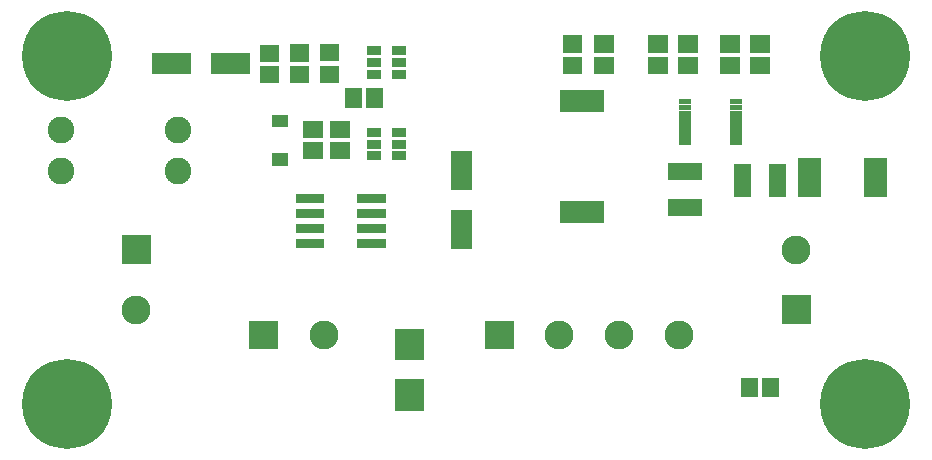
<source format=gbr>
G04 start of page 6 for group -4063 idx -4063 *
G04 Title: (unknown), componentmask *
G04 Creator: pcb 20140316 *
G04 CreationDate: Tue 07 May 2019 04:42:48 PM GMT UTC *
G04 For: ndholmes *
G04 Format: Gerber/RS-274X *
G04 PCB-Dimensions (mil): 3000.00 1500.00 *
G04 PCB-Coordinate-Origin: lower left *
%MOIN*%
%FSLAX25Y25*%
%LNTOPMASK*%
%ADD58R,0.0690X0.0690*%
%ADD57R,0.0420X0.0420*%
%ADD56R,0.0300X0.0300*%
%ADD55R,0.0965X0.0965*%
%ADD54R,0.0760X0.0760*%
%ADD53R,0.0180X0.0180*%
%ADD52R,0.0769X0.0769*%
%ADD51R,0.0572X0.0572*%
%ADD50C,0.0890*%
%ADD49C,0.0960*%
%ADD48C,0.0001*%
%ADD47C,0.2997*%
G54D47*X17000Y17000D03*
G54D48*G36*
X156200Y44800D02*Y35200D01*
X165800D01*
Y44800D01*
X156200D01*
G37*
G36*
X77700D02*Y35200D01*
X87300D01*
Y44800D01*
X77700D01*
G37*
G54D49*X102500Y40000D03*
G54D48*G36*
X35200Y73300D02*Y63700D01*
X44800D01*
Y73300D01*
X35200D01*
G37*
G54D49*X40000Y48500D03*
G54D47*X283000Y133000D03*
Y17000D03*
G54D48*G36*
X255200Y53300D02*Y43700D01*
X264800D01*
Y53300D01*
X255200D01*
G37*
G54D49*X260000Y68500D03*
X181000Y40000D03*
X201000D03*
X221000D03*
G54D47*X17000Y133000D03*
G54D50*X15000Y108200D03*
Y94800D03*
X54000Y108200D03*
Y94800D03*
G54D51*X237607Y137043D02*X238393D01*
X247607Y129957D02*X248393D01*
X247607Y137043D02*X248393D01*
X195607D02*X196393D01*
X185107D02*X185893D01*
X195607Y129957D02*X196393D01*
X223607Y137043D02*X224393D01*
X223607Y129957D02*X224393D01*
X213607D02*X214393D01*
X213607Y137043D02*X214393D01*
X253905Y94255D02*Y88745D01*
X242095Y94255D02*Y88745D01*
G54D52*X264452Y95256D02*Y89744D01*
X286500Y95256D02*Y89744D01*
G54D53*X221803Y110016D02*X224102D01*
X221803Y108047D02*X224102D01*
X222500Y110016D02*X223500D01*
X222500Y108047D02*X223500D01*
X221803Y106079D02*X224102D01*
X221803Y104110D02*X224102D01*
X222500Y106079D02*X223500D01*
X222500Y104110D02*X223500D01*
G54D51*X220150Y82595D02*X225660D01*
X220150Y94405D02*X225660D01*
G54D53*X238898Y104110D02*X241197D01*
X239500D02*X240500D01*
X238898Y106079D02*X241197D01*
X239500D02*X240500D01*
X238898Y108047D02*X241197D01*
X238898Y110016D02*X241197D01*
X239500Y108047D02*X240500D01*
X239500Y110016D02*X240500D01*
X221803Y115921D02*X224102D01*
X222500D02*X223500D01*
G54D54*X185000Y118000D02*X192000D01*
G54D51*X185107Y129957D02*X185893D01*
G54D53*X221803Y113953D02*X224102D01*
X222500D02*X223500D01*
X221803Y111984D02*X224102D01*
X222500D02*X223500D01*
G54D54*X185000Y81000D02*X192000D01*
G54D53*X238898Y111984D02*X241197D01*
X239500D02*X240500D01*
G54D51*X251543Y22893D02*Y22107D01*
X244457Y22893D02*Y22107D01*
G54D53*X238898Y113953D02*X241197D01*
X238898Y115921D02*X241197D01*
X239500Y113953D02*X240500D01*
X239500Y115921D02*X240500D01*
G54D51*X237607Y129957D02*X238393D01*
G54D53*X221803Y117890D02*X224102D01*
X222500D02*X223500D01*
X238898D02*X241197D01*
X239500D02*X240500D01*
G54D55*X131000Y20429D02*Y19642D01*
Y37358D02*Y36571D01*
G54D56*X126700Y99750D02*X128300D01*
X126700Y103650D02*X128300D01*
X118500Y99750D02*X120100D01*
X115250Y70500D02*X121750D01*
X115250Y75500D02*X121750D01*
X115250Y80500D02*X121750D01*
X115250Y85500D02*X121750D01*
G54D57*X87400Y98500D02*X88600D01*
X87400Y111400D02*X88600D01*
G54D56*X94750Y85500D02*X101250D01*
X94750Y80500D02*X101250D01*
X94750Y75500D02*X101250D01*
X94750Y70500D02*X101250D01*
G54D51*X98607Y108543D02*X99393D01*
X98607Y101457D02*X99393D01*
G54D58*X148500Y78307D02*Y72008D01*
Y97992D02*Y91693D01*
G54D56*X126700Y107550D02*X128300D01*
X118500D02*X120100D01*
G54D51*X112457Y119393D02*Y118607D01*
X119543Y119393D02*Y118607D01*
X107607Y108543D02*X108393D01*
G54D56*X118500Y103650D02*X120100D01*
G54D51*X107607Y101457D02*X108393D01*
G54D56*X126700Y127000D02*X128300D01*
X126700Y130900D02*X128300D01*
X126700Y134800D02*X128300D01*
X118500D02*X120100D01*
X118500Y130900D02*X120100D01*
X118500Y127000D02*X120100D01*
G54D51*X104107Y134086D02*X104893D01*
X104107Y127000D02*X104893D01*
G54D58*X48665Y130500D02*X54964D01*
X68350D02*X74649D01*
G54D51*X94107Y126957D02*X94893D01*
X94107Y134043D02*X94893D01*
X84107Y134000D02*X84893D01*
X84107Y126914D02*X84893D01*
M02*

</source>
